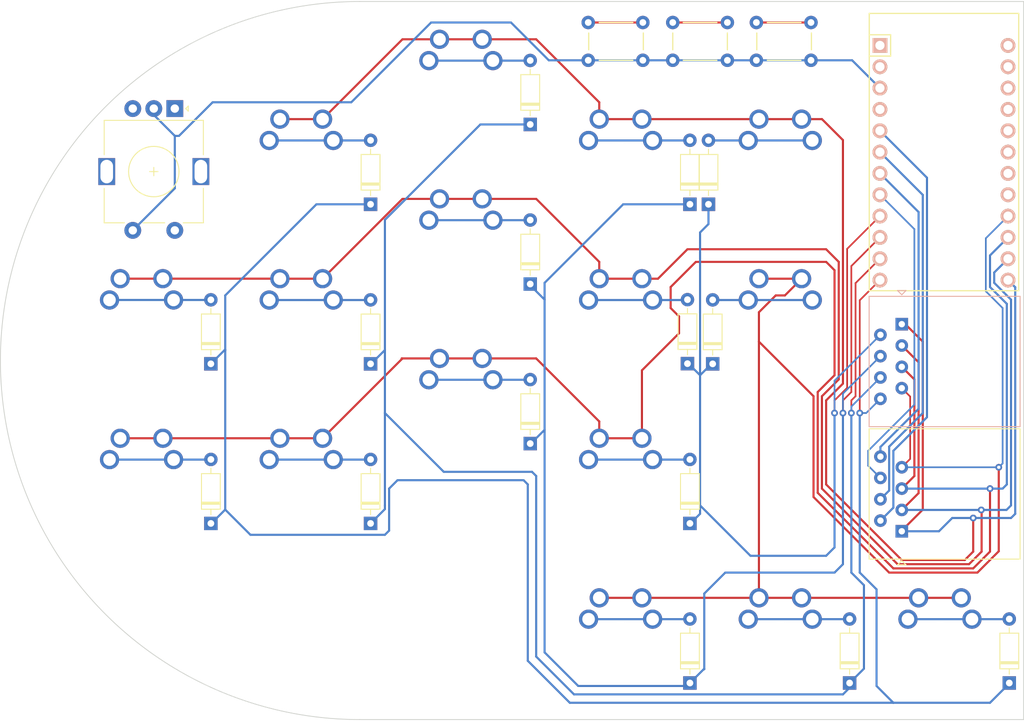
<source format=kicad_pcb>
(kicad_pcb (version 20211014) (generator pcbnew)
  (layers (0 "F.Cu" signal) (31 "B.Cu" signal) (34 "B.Paste" user) (35 "F.Paste" user) (36 "B.SilkS" user "B.Silkscreen") (37 "F.SilkS" user "F.Silkscreen") (38 "B.Mask" user) (39 "F.Mask" user) (44 "Edge.Cuts" user))
  (net 0 "")
  (footprint "" (layer "F.Cu") (at 121.191551 35.5)
    (fp_text reference "")
    (fp_text value "")
  )
  (footprint "" (layer "F.Cu") (at 124.75 35.5)
    (fp_text reference "")
    (fp_text value "")
  )
  (footprint "Diode_THT:D_DO-35_SOD27_P7.62mm_Horizontal" (layer "F.Cu") (at 164.793255 109.646508 90)
    (fp_text reference "R" hide)
    (fp_text value "d" hide)
  )
  (footprint "MX" (layer "F.Cu") (at 156.543255 104.586508)
    (fp_text reference "S14" hide)
    (fp_text value "" hide)
  )
  (footprint "Diode_THT:D_DO-35_SOD27_P7.62mm_Horizontal" (layer "F.Cu") (at 126.5 71.62 90)
    (fp_text reference "R" hide)
    (fp_text value "d" hide)
  )
  (footprint "Diode_THT:D_DO-35_SOD27_P7.62mm_Horizontal" (layer "F.Cu") (at 107.79 62.14 90)
    (fp_text reference "R" hide)
    (fp_text value "d" hide)
  )
  (footprint "MX" (layer "F.Cu") (at 118.543255 66.586508)
    (fp_text reference "S14" hide)
    (fp_text value "" hide)
  )
  (footprint "Diode_THT:D_DO-35_SOD27_P7.62mm_Horizontal" (layer "F.Cu") (at 129.5 71.646508 90)
    (fp_text reference "R" hide)
    (fp_text value "d" hide)
  )
  (footprint "" (layer "F.Cu") (at 134.69952 31)
    (fp_text reference "")
    (fp_text value "")
  )
  (footprint "MX" (layer "F.Cu") (at 137.543255 104.586508)
    (fp_text reference "S14" hide)
    (fp_text value "" hide)
  )
  (footprint "" (layer "F.Cu") (at 99.54 76.08)
    (fp_text reference "")
    (fp_text value "")
  )
  (footprint "Diode_THT:D_DO-35_SOD27_P7.62mm_Horizontal" (layer "F.Cu") (at 88.793255 71.646508 90)
    (fp_text reference "R" hide)
    (fp_text value "d" hide)
  )
  (footprint "" (layer "F.Cu") (at 61.543255 85.586508)
    (fp_text reference "")
    (fp_text value "")
  )
  (footprint "" (layer "F.Cu") (at 118.543255 104.586508)
    (fp_text reference "")
    (fp_text value "")
  )
  (footprint "Diode_THT:D_DO-35_SOD27_P7.62mm_Horizontal" (layer "F.Cu") (at 107.79 81.14 90)
    (fp_text reference "R" hide)
    (fp_text value "d" hide)
  )
  (footprint "" (layer "F.Cu") (at 118.543255 85.586508)
    (fp_text reference "")
    (fp_text value "")
  )
  (footprint "" (layer "F.Cu") (at 99.54 38.08)
    (fp_text reference "")
    (fp_text value "")
  )
  (footprint "MX" (layer "F.Cu") (at 118.543255 85.586508)
    (fp_text reference "S14" hide)
    (fp_text value "" hide)
  )
  (footprint "MX" (layer "F.Cu") (at 118.543255 104.586508)
    (fp_text reference "S14" hide)
    (fp_text value "" hide)
  )
  (footprint "" (layer "F.Cu") (at 114.691551 35.5)
    (fp_text reference "")
    (fp_text value "")
  )
  (footprint "" (layer "F.Cu") (at 121.191551 31)
    (fp_text reference "")
    (fp_text value "")
  )
  (footprint "" (layer "F.Cu") (at 141.19952 31)
    (fp_text reference "")
    (fp_text value "")
  )
  (footprint "ProMicro" (layer "F.Cu") (at 157.023026 47.699758 -90)
    (fp_text reference "MCU1" hide)
    (fp_text value "" hide)
  )
  (footprint "MX" (layer "F.Cu") (at 99.54 57.08)
    (fp_text reference "S14" hide)
    (fp_text value "" hide)
  )
  (footprint "Diode_THT:D_DO-35_SOD27_P7.62mm_Horizontal" (layer "F.Cu") (at 126.793255 90.646508 90)
    (fp_text reference "R" hide)
    (fp_text value "d" hide)
  )
  (footprint "MX" (layer "F.Cu") (at 99.54 38.08)
    (fp_text reference "S14" hide)
    (fp_text value "" hide)
  )
  (footprint "" (layer "F.Cu") (at 80.543255 47.586508)
    (fp_text reference "")
    (fp_text value "")
  )
  (footprint "Diode_THT:D_DO-35_SOD27_P7.62mm_Horizontal" (layer "F.Cu") (at 88.793255 90.646508 90)
    (fp_text reference "R" hide)
    (fp_text value "d" hide)
  )
  (footprint "MX" (layer "F.Cu") (at 80.543255 66.586508)
    (fp_text reference "S14" hide)
    (fp_text value "" hide)
  )
  (footprint "MX" (layer "F.Cu") (at 61.54 66.58)
    (fp_text reference "S14" hide)
    (fp_text value "" hide)
  )
  (footprint "" (layer "F.Cu") (at 134.69952 35.5)
    (fp_text reference "")
    (fp_text value "")
  )
  (footprint "MX" (layer "F.Cu") (at 80.543255 85.586508)
    (fp_text reference "S14" hide)
    (fp_text value "" hide)
  )
  (footprint "" (layer "F.Cu") (at 124.75 31)
    (fp_text reference "")
    (fp_text value "")
  )
  (footprint "Rotary_Encoder:RotaryEncoder_Alps_EC11E-Switch_Vertical_H20mm" (layer "F.Cu") (at 65.5 41.25 -90)
    (fp_text reference "REF**" hide)
    (fp_text value "RotaryEncoder_Alps_EC11E-Switch_Vertical_H20mm")
  )
  (footprint "Connector_RJ:RJ45_Amphenol_54602-x08_Horizontal" (layer "F.Cu") (at 152 91.58 90)
    (fp_text reference "REF**" hide)
    (fp_text value "RJ45_Amphenol_54602-x08_Horizontal" hide)
  )
  (footprint "" (layer "F.Cu") (at 114.691551 31)
    (fp_text reference "")
    (fp_text value "")
  )
  (footprint "MX" (layer "F.Cu") (at 99.54 76.08)
    (fp_text reference "S14" hide)
    (fp_text value "" hide)
  )
  (footprint "Diode_THT:D_DO-35_SOD27_P7.62mm_Horizontal" (layer "F.Cu") (at 69.793255 90.646508 90)
    (fp_text reference "R" hide)
    (fp_text value "d" hide)
  )
  (footprint "MX" (layer "F.Cu") (at 80.543255 47.586508)
    (fp_text reference "S14" hide)
    (fp_text value "" hide)
  )
  (footprint "" (layer "F.Cu") (at 131.25 35.5)
    (fp_text reference "")
    (fp_text value "")
  )
  (footprint "" (layer "F.Cu") (at 156.543255 104.586508)
    (fp_text reference "")
    (fp_text value "")
  )
  (footprint "" (layer "F.Cu") (at 141.19952 35.5)
    (fp_text reference "")
    (fp_text value "")
  )
  (footprint "MX" (layer "F.Cu") (at 137.543255 66.586508)
    (fp_text reference "S14" hide)
    (fp_text value "" hide)
  )
  (footprint "" (layer "F.Cu") (at 118.543255 66.586508)
    (fp_text reference "")
    (fp_text value "")
  )
  (footprint "" (layer "F.Cu") (at 137.543255 104.586508)
    (fp_text reference "")
    (fp_text value "")
  )
  (footprint "" (layer "F.Cu") (at 61.54 66.58)
    (fp_text reference "")
    (fp_text value "")
  )
  (footprint "" (layer "F.Cu") (at 118.543255 47.586508)
    (fp_text reference "")
    (fp_text value "")
  )
  (footprint "Diode_THT:D_DO-35_SOD27_P7.62mm_Horizontal" (layer "F.Cu") (at 107.79 43.14 90)
    (fp_text reference "R" hide)
    (fp_text value "d" hide)
  )
  (footprint "" (layer "F.Cu") (at 80.543255 85.586508)
    (fp_text reference "")
    (fp_text value "")
  )
  (footprint "Diode_THT:D_DO-35_SOD27_P7.62mm_Horizontal" (layer "F.Cu") (at 126.793255 52.646508 90)
    (fp_text reference "R" hide)
    (fp_text value "d" hide)
  )
  (footprint "Diode_THT:D_DO-35_SOD27_P7.62mm_Horizontal" (layer "F.Cu") (at 88.793255 52.646508 90)
    (fp_text reference "R" hide)
    (fp_text value "d" hide)
  )
  (footprint "" (layer "F.Cu") (at 99.54 57.08)
    (fp_text reference "")
    (fp_text value "")
  )
  (footprint "" (layer "F.Cu") (at 131.25 31)
    (fp_text reference "")
    (fp_text value "")
  )
  (footprint "" (layer "F.Cu") (at 137.543255 47.586508)
    (fp_text reference "")
    (fp_text value "")
  )
  (footprint "" (layer "F.Cu") (at 80.543255 66.586508)
    (fp_text reference "")
    (fp_text value "")
  )
  (footprint "Diode_THT:D_DO-35_SOD27_P7.62mm_Horizontal" (layer "F.Cu") (at 145.793255 109.646508 90)
    (fp_text reference "R" hide)
    (fp_text value "d" hide)
  )
  (footprint "MX" (layer "F.Cu") (at 61.543255 85.586508)
    (fp_text reference "S14" hide)
    (fp_text value "" hide)
  )
  (footprint "" (layer "F.Cu") (at 137.543255 66.586508)
    (fp_text reference "")
    (fp_text value "")
  )
  (footprint "Diode_THT:D_DO-35_SOD27_P7.62mm_Horizontal" (layer "F.Cu") (at 69.79 71.64 90)
    (fp_text reference "R" hide)
    (fp_text value "d" hide)
  )
  (footprint "Diode_THT:D_DO-35_SOD27_P7.62mm_Horizontal" (layer "F.Cu") (at 129 52.646508 90)
    (fp_text reference "R" hide)
    (fp_text value "d" hide)
  )
  (footprint "MX" (layer "F.Cu") (at 118.543255 47.586508)
    (fp_text reference "S14" hide)
    (fp_text value "" hide)
  )
  (footprint "Diode_THT:D_DO-35_SOD27_P7.62mm_Horizontal" (layer "F.Cu") (at 126.793255 109.646508 90)
    (fp_text reference "R" hide)
    (fp_text value "d" hide)
  )
  (footprint "MX" (layer "F.Cu") (at 137.543255 47.586508)
    (fp_text reference "S14" hide)
    (fp_text value "" hide)
  )
  (footprint "Connector_RJ:RJ45_Amphenol_54602-x08_Horizontal" (layer "B.Cu") (at 152 66.92 -90)
    (fp_text reference "REF**" hide)
    (fp_text value "RJ45_Amphenol_54602-x08_Horizontal" hide)
  )
  (gr_line (start 120 35.5) (end 116 35.5) (layer "F.SilkS") (width 0.15))
  (gr_line (start 116 31) (end 120 31) (layer "F.SilkS") (width 0.15))
  (gr_line (start 140 35.5) (end 136 35.5) (layer "F.SilkS") (width 0.15))
  (gr_line (start 136 31) (end 140 31) (layer "F.SilkS") (width 0.15))
  (gr_line (start 141.25 32.25) (end 141.25 34.25) (layer "F.SilkS") (width 0.15))
  (gr_line (start 114.75 32.25) (end 114.75 34.25) (layer "F.SilkS") (width 0.15))
  (gr_line (start 126 31) (end 130 31) (layer "F.SilkS") (width 0.15))
  (gr_line (start 130 35.5) (end 126 35.5) (layer "F.SilkS") (width 0.15))
  (gr_line (start 124.75 32.25) (end 124.75 34.25) (layer "F.SilkS") (width 0.15))
  (gr_line (start 134.75 32.25) (end 134.75 34.25) (layer "F.SilkS") (width 0.15))
  (gr_line (start 121.25 32.25) (end 121.25 34.25) (layer "F.SilkS") (width 0.15))
  (gr_line (start 131.25 32.25) (end 131.25 34.25) (layer "F.SilkS") (width 0.15))
  (gr_line (start 87.5 28.5) (end 166.5 28.5) (layer "Edge.Cuts") (width 0.1))
  (gr_line (start 166.5 28.5) (end 166.5 114) (layer "Edge.Cuts") (width 0.1))
  (gr_line (start 87.5 114) (end 166.5 114) (layer "Edge.Cuts") (width 0.1))
  (gr_arc (start 87.5 114) (mid 44.75 71.25) (end 87.5 28.5) (layer "Edge.Cuts") (width 0.1))
  (segment (start 145 76) (end 146 75) (width 0.2) (layer "F.Cu") (net 0))
  (segment (start 146 76) (end 146.5 75.5) (width 0.2) (layer "F.Cu") (net 0))
  (segment (start 97 71) (end 102.08 71) (width 0.25) (layer "F.Cu") (net 0))
  (segment (start 108.5 71) (end 116.003255 78.503255) (width 0.25) (layer "F.Cu") (net 0))
  (segment (start 145 45) (end 145 74) (width 0.25) (layer "F.Cu") (net 0))
  (segment (start 64.083255 80.506508) (end 78.003255 80.506508) (width 0.25) (layer "F.Cu") (net 0))
  (segment (start 135.003255 42.506508) (end 121.083255 42.506508) (width 0.25) (layer "F.Cu") (net 0))
  (segment (start 143 76) (end 143 86) (width 0.25) (layer "F.Cu") (net 0))
  (segment (start 135.003255 42.506508) (end 140.083255 42.506508) (width 0.25) (layer "F.Cu") (net 0))
  (segment (start 78.003255 42.506508) (end 83.083255 42.506508) (width 0.25) (layer "F.Cu") (net 0))
  (segment (start 144 77.5) (end 144 76) (width 0.2) (layer "F.Cu") (net 0))
  (segment (start 121.083255 80.506508) (end 121.083255 72.416745) (width 0.25) (layer "F.Cu") (net 0))
  (segment (start 147 77.5) (end 147 64.072784) (width 0.2) (layer "F.Cu") (net 0))
  (segment (start 102.08 33) (end 108.5 33) (width 0.25) (layer "F.Cu") (net 0))
  (segment (start 151.5 95.5) (end 160 95.5) (width 0.25) (layer "F.Cu") (net 0))
  (segment (start 159.5 95) (end 160.5 94) (width 0.25) (layer "F.Cu") (net 0))
  (segment (start 116.003255 59.503255) (end 108.5 52) (width 0.25) (layer "F.Cu") (net 0))
  (segment (start 140.083255 99.506508) (end 154.003255 99.506508) (width 0.25) (layer "F.Cu") (net 0))
  (segment (start 108.5 33) (end 116.003255 40.503255) (width 0.25) (layer "F.Cu") (net 0))
  (segment (start 152 95) (end 159.5 95) (width 0.25) (layer "F.Cu") (net 0))
  (segment (start 143 86) (end 152 95) (width 0.25) (layer "F.Cu") (net 0))
  (segment (start 144 76) (end 145.5 74.5) (width 0.2) (layer "F.Cu") (net 0))
  (segment (start 77.996747 61.5) (end 78.003255 61.506508) (width 0.25) (layer "F.Cu") (net 0))
  (segment (start 152 91.5) (end 154.5 89) (width 0.25) (layer "F.Cu") (net 0))
  (segment (start 142.5 75.5) (end 142.5 86.5) (width 0.25) (layer "F.Cu") (net 0))
  (segment (start 135.003255 99.506508) (end 135.003255 69.003255) (width 0.25) (layer "F.Cu") (net 0))
  (segment (start 147 64.072784) (end 149.403026 61.669758) (width 0.2) (layer "F.Cu") (net 0))
  (segment (start 144.5 59.5) (end 144.5 73.5) (width 0.25) (layer "F.Cu") (net 0))
  (segment (start 116.003255 40.503255) (end 116.003255 42.506508) (width 0.25) (layer "F.Cu") (net 0))
  (segment (start 153 75.54) (end 152 74.54) (width 0.2) (layer "F.Cu") (net 0))
  (segment (start 124.75 31) (end 131.25 31) (width 0.25) (layer "F.Cu") (net 0))
  (segment (start 147.5 58.492784) (end 148.496392 57.496392) (width 0.2) (layer "F.Cu") (net 0))
  (segment (start 145.5 57.952784) (end 149.403026 54.049758) (width 0.2) (layer "F.Cu") (net 0))
  (segment (start 78.003255 80.506508) (end 83.083255 80.506508) (width 0.25) (layer "F.Cu") (net 0))
  (segment (start 153 82.96) (end 153 75.54) (width 0.2) (layer "F.Cu") (net 0))
  (segment (start 137 63.5) (end 138.089763 63.5) (width 0.25) (layer "F.Cu") (net 0))
  (segment (start 143 58) (end 144.5 59.5) (width 0.25) (layer "F.Cu") (net 0))
  (segment (start 121.083255 61.506508) (end 122.993492 61.506508) (width 0.25) (layer "F.Cu") (net 0))
  (segment (start 121.083255 99.506508) (end 135.003255 99.506508) (width 0.25) (layer "F.Cu") (net 0))
  (segment (start 146 60) (end 147.5 58.5) (width 0.2) (layer "F.Cu") (net 0))
  (segment (start 135.003255 99.506508) (end 140.083255 99.506508) (width 0.25) (layer "F.Cu") (net 0))
  (segment (start 102.08 71) (end 108.5 71) (width 0.25) (layer "F.Cu") (net 0))
  (segment (start 116.003255 61.506508) (end 121.083255 61.506508) (width 0.25) (layer "F.Cu") (net 0))
  (segment (start 97 33) (end 102.08 33) (width 0.25) (layer "F.Cu") (net 0))
  (segment (start 83.083255 42.506508) (end 92.589763 33) (width 0.25) (layer "F.Cu") (net 0))
  (segment (start 127.5 59.5) (end 143 59.5) (width 0.25) (layer "F.Cu") (net 0))
  (segment (start 148.496392 57.496392) (end 149.403026 56.589758) (width 0.2) (layer "F.Cu") (net 0))
  (segment (start 125.5 66) (end 124.5 65) (width 0.25) (layer "F.Cu") (net 0))
  (segment (start 145.5 74.5) (end 145.5 57.952784) (width 0.2) (layer "F.Cu") (net 0))
  (segment (start 125.5 68) (end 125.5 66) (width 0.25) (layer "F.Cu") (net 0))
  (segment (start 64.08 61.5) (end 77.996747 61.5) (width 0.25) (layer "F.Cu") (net 0))
  (segment (start 124.5 65) (end 124.5 62.5) (width 0.25) (layer "F.Cu") (net 0))
  (segment (start 92.5 71.089763) (end 92.5 71) (width 0.25) (layer "F.Cu") (net 0))
  (segment (start 92.589763 52) (end 97 52) (width 0.25) (layer "F.Cu") (net 0))
  (segment (start 162.5 94) (end 162.5 86.5) (width 0.25) (layer "F.Cu") (net 0))
  (segment (start 97 52) (end 102.08 52) (width 0.25) (layer "F.Cu") (net 0))
  (segment (start 121.083255 72.416745) (end 125.5 68) (width 0.25) (layer "F.Cu") (net 0))
  (segment (start 142 75) (end 142 87) (width 0.25) (layer "F.Cu") (net 0))
  (segment (start 146 77.5) (end 146 76) (width 0.2) (layer "F.Cu") (net 0))
  (segment (start 153.5 85) (end 153.5 73.5) (width 0.25) (layer "F.Cu") (net 0))
  (segment (start 146.5 75.5) (end 146.5 62.032784) (width 0.2) (layer "F.Cu") (net 0))
  (segment (start 134.69952 31) (end 141.19952 31) (width 0.25) (layer "F.Cu") (net 0))
  (segment (start 151 96) (end 160.5 96) (width 0.25) (layer "F.Cu") (net 0))
  (segment (start 78.003255 61.506508) (end 83.083255 61.506508) (width 0.25) (layer "F.Cu") (net 0))
  (segment (start 135.003255 69.003255) (end 141.5 75.5) (width 0.25) (layer "F.Cu") (net 0))
  (segment (start 160.5 96) (end 162.5 94) (width 0.25) (layer "F.Cu") (net 0))
  (segment (start 138.089763 63.5) (end 140.083255 61.506508) (width 0.25) (layer "F.Cu") (net 0))
  (segment (start 149.46 61.726732) (end 149.403026 61.669758) (width 0.2) (layer "F.Cu") (net 0))
  (segment (start 154 87.04) (end 154 71.46) (width 0.25) (layer "F.Cu") (net 0))
  (segment (start 116.003255 99.506508) (end 121.083255 99.506508) (width 0.25) (layer "F.Cu") (net 0))
  (segment (start 116.003255 61.506508) (end 116.003255 59.503255) (width 0.25) (layer "F.Cu") (net 0))
  (segment (start 152 89.04) (end 154 87.04) (width 0.25) (layer "F.Cu") (net 0))
  (segment (start 161.5 94) (end 161.5 89.08) (width 0.25) (layer "F.Cu") (net 0))
  (segment (start 152 86.5) (end 153.5 85) (width 0.25) (layer "F.Cu") (net 0))
  (segment (start 116.003255 42.506508) (end 121.083255 42.506508) (width 0.25) (layer "F.Cu") (net 0))
  (segment (start 124.5 62.5) (end 127.5 59.5) (width 0.25) (layer "F.Cu") (net 0))
  (segment (start 154.5 69) (end 152.42 66.92) (width 0.25) (layer "F.Cu") (net 0))
  (segment (start 146 75) (end 146 60) (width 0.2) (layer "F.Cu") (net 0))
  (segment (start 145 77.5) (end 145 76) (width 0.2) (layer "F.Cu") (net 0))
  (segment (start 108.5 52) (end 102.08 52) (width 0.25) (layer "F.Cu") (net 0))
  (segment (start 142 87) (end 151 96) (width 0.25) (layer "F.Cu") (net 0))
  (segment (start 59.003255 80.506508) (end 64.083255 80.506508) (width 0.25) (layer "F.Cu") (net 0))
  (segment (start 143 59.5) (end 144 60.5) (width 0.25) (layer "F.Cu") (net 0))
  (segment (start 145 74) (end 143 76) (width 0.25) (layer "F.Cu") (net 0))
  (segment (start 160 95.5) (end 161.5 94) (width 0.25) (layer "F.Cu") (net 0))
  (segment (start 92.589763 33) (end 97 33) (width 0.25) (layer "F.Cu") (net 0))
  (segment (start 116.003255 80.506508) (end 121.083255 80.506508) (width 0.25) (layer "F.Cu") (net 0))
  (segment (start 144 60.5) (end 144 73) (width 0.25) (layer "F.Cu") (net 0))
  (segment (start 153.5 73.5) (end 152 72) (width 0.25) (layer "F.Cu") (net 0))
  (segment (start 152 91.58) (end 152 91.5) (width 0.25) (layer "F.Cu") (net 0))
  (segment (start 126.5 58) (end 143 58) (width 0.25) (layer "F.Cu") (net 0))
  (segment (start 150.5 96.5) (end 161 96.5) (width 0.25) (layer "F.Cu") (net 0))
  (segment (start 135.003255 61.506508) (end 140.083255 61.506508) (width 0.25) (layer "F.Cu") (net 0))
  (segment (start 144 73) (end 142 75) (width 0.25) (layer "F.Cu") (net 0))
  (segment (start 154.5 89) (end 154.5 69) (width 0.25) (layer "F.Cu") (net 0))
  (segment (start 161.5 89.08) (end 161.46 89.04) (width 0.25) (layer "F.Cu") (net 0))
  (segment (start 135.003255 69.003255) (end 135.003255 65.496745) (width 0.25) (layer "F.Cu") (net 0))
  (segment (start 141.5 75.5) (end 141.5 87.5) (width 0.25) (layer "F.Cu") (net 0))
  (segment (start 92.5 71) (end 97 71) (width 0.25) (layer "F.Cu") (net 0))
  (segment (start 122.993492 61.506508) (end 126.5 58) (width 0.25) (layer "F.Cu") (net 0))
  (segment (start 83.083255 61.506508) (end 92.589763 52) (width 0.25) (layer "F.Cu") (net 0))
  (segment (start 59 61.5) (end 64.08 61.5) (width 0.25) (layer "F.Cu") (net 0))
  (segment (start 144.5 73.5) (end 142.5 75.5) (width 0.25) (layer "F.Cu") (net 0))
  (segment (start 142.506508 42.506508) (end 145 45) (width 0.25) (layer "F.Cu") (net 0))
  (segment (start 135.003255 65.496745) (end 137 63.5) (width 0.25) (layer "F.Cu") (net 0))
  (segment (start 152 83.96) (end 153 82.96) (width 0.2) (layer "F.Cu") (net 0))
  (segment (start 160.5 94) (end 160.5 90) (width 0.25) (layer "F.Cu") (net 0))
  (segment (start 161 96.5) (end 163.54 93.96) (width 0.25) (layer "F.Cu") (net 0))
  (segment (start 146.5 62.032784) (end 149.403026 59.129758) (width 0.2) (layer "F.Cu") (net 0))
  (segment (start 142.5 86.5) (end 151.5 95.5) (width 0.25) (layer "F.Cu") (net 0))
  (segment (start 154.003255 99.506508) (end 159.083255 99.506508) (width 0.25) (layer "F.Cu") (net 0))
  (segment (start 141.5 87.5) (end 150.5 96.5) (width 0.25) (layer "F.Cu") (net 0))
  (segment (start 116.003255 78.503255) (end 116.003255 80.506508) (width 0.25) (layer "F.Cu") (net 0))
  (segment (start 152.42 66.92) (end 152 66.92) (width 0.25) (layer "F.Cu") (net 0))
  (segment (start 140.083255 42.506508) (end 142.506508 42.506508) (width 0.25) (layer "F.Cu") (net 0))
  (segment (start 114.691551 31) (end 121.191551 31) (width 0.25) (layer "F.Cu") (net 0))
  (segment (start 163.54 93.96) (end 163.54 83.96) (width 0.25) (layer "F.Cu") (net 0))
  (segment (start 154 71.46) (end 152 69.46) (width 0.25) (layer "F.Cu") (net 0))
  (segment (start 83.083255 80.506508) (end 92.5 71.089763) (width 0.25) (layer "F.Cu") (net 0))
  (via (at 146 77.5) (size 0.8) (drill 0.4) (layers "F.Cu" "B.Cu") (net 0))
  (via (at 162.5 86.5) (size 0.8) (drill 0.4) (layers "F.Cu" "B.Cu") (net 0))
  (via (at 163.54 83.96) (size 0.8) (drill 0.4) (layers "F.Cu" "B.Cu") (net 0))
  (via (at 161.46 89.04) (size 0.8) (drill 0.4) (layers "F.Cu" "B.Cu") (net 0))
  (via (at 160.5 90) (size 0.8) (drill 0.4) (layers "F.Cu" "B.Cu") (net 0))
  (via (at 147 77.5) (size 0.8) (drill 0.4) (layers "F.Cu" "B.Cu") (net 0))
  (via (at 144 77.5) (size 0.8) (drill 0.4) (layers "F.Cu" "B.Cu") (net 0))
  (via (at 145 77.5) (size 0.8) (drill 0.4) (layers "F.Cu" "B.Cu") (net 0))
  (segment (start 128.439763 108) (end 128.5 108) (width 0.25) (layer "B.Cu") (net 0))
  (segment (start 96 31) (end 86.5 40.5) (width 0.25) (layer "B.Cu") (net 0))
  (segment (start 131 96.5) (end 144 96.5) (width 0.25) (layer "B.Cu") (net 0))
  (segment (start 128 56) (end 128 73) (width 0.25) (layer "B.Cu") (net 0))
  (segment (start 109.5 64) (end 109.5 106) (width 0.25) (layer "B.Cu") (net 0))
  (segment (start 65.353255 83.046508) (end 69.773255 83.046508) (width 0.25) (layer "B.Cu") (net 0))
  (segment (start 164.5 64.5) (end 162.5 62.5) (width 0.25) (layer "B.Cu") (net 0))
  (segment (start 114.733255 45.046508) (end 122.353255 45.046508) (width 0.25) (layer "B.Cu") (net 0))
  (segment (start 107.5 86) (end 107.5 107) (width 0.25) (layer "B.Cu") (net 0))
  (segment (start 107.79 81.14) (end 107.86 81.14) (width 0.25) (layer "B.Cu") (net 0))
  (segment (start 147 77.5) (end 147.77 77.5) (width 0.2) (layer "B.Cu") (net 0))
  (segment (start 95.73 54.54) (end 103.35 54.54) (width 0.25) (layer "B.Cu") (net 0))
  (segment (start 90.5 77.5) (end 90.5 88.5) (width 0.25) (layer "B.Cu") (net 0))
  (segment (start 108 84.5) (end 108.5 85) (width 0.25) (layer "B.Cu") (net 0))
  (segment (start 155 78) (end 155 49.486732) (width 0.25) (layer "B.Cu") (net 0))
  (segment (start 158 90) (end 160.5 90) (width 0.25) (layer "B.Cu") (net 0))
  (segment (start 165 88.5) (end 165 64) (width 0.25) (layer "B.Cu") (net 0))
  (segment (start 149.46 87.77) (end 150.5 86.73) (width 0.25) (layer "B.Cu") (net 0))
  (segment (start 162 63) (end 162 56.692784) (width 0.2) (layer "B.Cu") (net 0))
  (segment (start 114.733255 83.046508) (end 122.353255 83.046508) (width 0.25) (layer "B.Cu") (net 0))
  (segment (start 145 75.19) (end 149.46 70.73) (width 0.2) (layer "B.Cu") (net 0))
  (segment (start 129 55) (end 128 56) (width 0.25) (layer "B.Cu") (net 0))
  (segment (start 103.35 35.54) (end 107.77 35.54) (width 0.25) (layer "B.Cu") (net 0))
  (segment (start 71.43 70) (end 71.5 70) (width 0.25) (layer "B.Cu") (net 0))
  (segment (start 57.73 64.04) (end 65.35 64.04) (width 0.25) (layer "B.Cu") (net 0))
  (segment (start 109.5 62) (end 109.5 64) (width 0.25) (layer "B.Cu") (net 0))
  (segment (start 133.733255 102.046508) (end 141.353255 102.046508) (width 0.25) (layer "B.Cu") (net 0))
  (segment (start 69.79 71.64) (end 71.43 70) (width 0.25) (layer "B.Cu") (net 0))
  (segment (start 145.793255 110.206745) (end 145.793255 109.646508) (width 0.25) (layer "B.Cu") (net 0))
  (segment (start 146 96.5) (end 146 77.5) (width 0.25) (layer "B.Cu") (net 0))
  (segment (start 131.25 35.5) (end 114.691551 35.5) (width 0.25) (layer "B.Cu") (net 0))
  (segment (start 107.5 107) (end 112.5 112) (width 0.25) (layer "B.Cu") (net 0))
  (segment (start 112.5 112) (end 151 112) (width 0.25) (layer "B.Cu") (net 0))
  (segment (start 145 111) (end 145.793255 110.206745) (width 0.25) (layer "B.Cu") (net 0))
  (segment (start 76.733255 64.046508) (end 84.353255 64.046508) (width 0.25) (layer "B.Cu") (net 0))
  (segment (start 146.093268 35.5) (end 149.403026 38.809758) (width 0.25) (layer "B.Cu") (net 0))
  (segment (start 164.46 89.04) (end 165 88.5) (width 0.25) (layer "B.Cu") (net 0))
  (segment (start 149.46 82.69) (end 149.46 81.54) (width 0.25) (layer "B.Cu") (net 0))
  (segment (start 165.5 62.526732) (end 164.643026 61.669758) (width 0.25) (layer "B.Cu") (net 0))
  (segment (start 151 112) (end 162.5 112) (width 0.25) (layer "B.Cu") (net 0))
  (segment (start 129.52 64.046508) (end 129.5 64.026508) (width 0.25) (layer "B.Cu") (net 0))
  (segment (start 144 93.5) (end 144 77.5) (width 0.25) (layer "B.Cu") (net 0))
  (segment (start 76.733255 83.046508) (end 84.353255 83.046508) (width 0.25) (layer "B.Cu") (net 0))
  (segment (start 144 77.5) (end 144 73.65) (width 0.2) (layer "B.Cu") (net 0))
  (segment (start 71.5 89) (end 74.5 92) (width 0.25) (layer "B.Cu") (net 0))
  (segment (start 63 42) (end 63 41.25) (width 0.25) (layer "B.Cu") (net 0))
  (segment (start 118.853492 52.646508) (end 109.5 62) (width 0.25) (layer "B.Cu") (net 0))
  (segment (start 122.353255 45.046508) (end 126.773255 45.046508) (width 0.25) (layer "B.Cu") (net 0))
  (segment (start 149.46 90.31) (end 151 88.77) (width 0.25) (layer "B.Cu") (net 0))
  (segment (start 101.86 43.14) (end 90.5 54.5) (width 0.25) (layer "B.Cu") (net 0))
  (segment (start 114.733255 64.046508) (end 122.353255 64.046508) (width 0.25) (layer "B.Cu") (net 0))
  (segment (start 141.19952 35.5) (end 134.69952 35.5) (width 0.25) (layer "B.Cu") (net 0))
  (segment (start 114.691551 35.5) (end 110 35.5) (width 0.25) (layer "B.Cu") (net 0))
  (segment (start 154 77) (end 154 53.566732) (width 0.25) (layer "B.Cu") (net 0))
  (segment (start 164 83.5) (end 164 65) (width 0.2) (layer "B.Cu") (net 0))
  (segment (start 164.5 86) (end 164.5 64.5) (width 0.25) (layer "B.Cu") (net 0))
  (segment (start 165.5 89.5) (end 165.5 62.526732) (width 0.25) (layer "B.Cu") (net 0))
  (segment (start 92 85.5) (end 107 85.5) (width 0.25) (layer "B.Cu") (net 0))
  (segment (start 128.5 108) (end 128.5 99) (width 0.25) (layer "B.Cu") (net 0))
  (segment (start 110 35.5) (end 105.5 31) (width 0.25) (layer "B.Cu") (net 0))
  (segment (start 160.5 90) (end 165 90) (width 0.25) (layer "B.Cu") (net 0))
  (segment (start 84.353255 64.046508) (end 88.773255 64.046508) (width 0.25) (layer "B.Cu") (net 0))
  (segment (start 84.353255 83.046508) (end 88.773255 83.046508) (width 0.25) (layer "B.Cu") (net 0))
  (segment (start 126.793255 52.646508) (end 118.853492 52.646508) (width 0.25) (layer "B.Cu") (net 0))
  (segment (start 107.79 62.29) (end 109.5 64) (width 0.25) (layer "B.Cu") (net 0))
  (segment (start 65.5 50.75) (end 60.5 55.75) (width 0.25) (layer "B.Cu") (net 0))
  (segment (start 154.5 51.526732) (end 149.403026 46.429758) (width 0.25) (layer "B.Cu") (net 0))
  (segment (start 107.79 43.14) (end 101.86 43.14) (width 0.25) (layer "B.Cu") (net 0))
  (segment (start 144 96.5) (end 145 95.5) (width 0.25) (layer "B.Cu") (net 0))
  (segment (start 95.73 73.54) (end 103.35 73.54) (width 0.25) (layer "B.Cu") (net 0))
  (segment (start 133.733255 45.046508) (end 141.353255 45.046508) (width 0.25) (layer "B.Cu") (net 0))
  (segment (start 152 83.96) (end 163.54 83.96) (width 0.2) (layer "B.Cu") (net 0))
  (segment (start 163 62) (end 163 60.772784) (width 0.25) (layer "B.Cu") (net 0))
  (segment (start 71.5 70) (end 71.5 89) (width 0.25) (layer "B.Cu") (net 0))
  (segment (start 146 77.5) (end 146 76.73) (width 0.2) (layer "B.Cu") (net 0))
  (segment (start 82.353492 52.646508) (end 71.5 63.5) (width 0.25) (layer "B.Cu") (net 0))
  (segment (start 128 88.5) (end 128 89.5) (width 0.25) (layer "B.Cu") (net 0))
  (segment (start 155 49.486732) (end 149.403026 43.889758) (width 0.25) (layer "B.Cu") (net 0))
  (segment (start 129 52.646508) (end 129 55) (width 0.25) (layer "B.Cu") (net 0))
  (segment (start 147.77 77.5) (end 149.46 75.81) (width 0.2) (layer "B.Cu") (net 0))
  (segment (start 126.793255 109.646508) (end 128.439763 108) (width 0.25) (layer "B.Cu") (net 0))
  (segment (start 84.353255 45.046508) (end 88.773255 45.046508) (width 0.25) (layer "B.Cu") (net 0))
  (segment (start 134 94.5) (end 143 94.5) (width 0.25) (layer "B.Cu") (net 0))
  (segment (start 57.733255 83.046508) (end 65.353255 83.046508) (width 0.25) (layer "B.Cu") (net 0))
  (segment (start 86.5 40.5) (end 70 40.5) (width 0.25) (layer "B.Cu") (net 0))
  (segment (start 154 53.566732) (end 149.403026 48.969758) (width 0.25) (layer "B.Cu") (net 0))
  (segment (start 151 88.77) (end 151 82) (width 0.25) (layer "B.Cu") (net 0))
  (segment (start 146 76.73) (end 149.46 73.27) (width 0.2) (layer "B.Cu") (net 0))
  (segment (start 148 82) (end 153.5 76.5) (width 0.2) (layer "B.Cu") (net 0))
  (segment (start 162 56.692784) (end 164.643026 54.049758) (width 0.2) (layer "B.Cu") (net 0))
  (segment (start 143 94.5) (end 144 93.5) (width 0.25) (layer "B.Cu") (net 0))
  (segment (start 128 88.5) (end 134 94.5) (width 0.25) (layer "B.Cu") (net 0))
  (segment (start 152 91.58) (end 156.42 91.58) (width 0.25) (layer "B.Cu") (net 0))
  (segment (start 126.793255 71.646508) (end 126.793255 71.793255) (width 0.25) (layer "B.Cu") (net 0))
  (segment (start 90.5 88.939763) (end 90.5 88.5) (width 0.25) (layer "B.Cu") (net 0))
  (segment (start 126.853492 90.646508) (end 126.793255 90.646508) (width 0.25) (layer "B.Cu") (net 0))
  (segment (start 90.5 77.5) (end 97.5 84.5) (width 0.25) (layer "B.Cu") (net 0))
  (segment (start 113 111) (end 145 111) (width 0.25) (layer "B.Cu") (net 0))
  (segment (start 148 83.77) (end 148 82) (width 0.2) (layer "B.Cu") (net 0))
  (segment (start 161.46 89.04) (end 164.46 89.04) (width 0.25) (layer "B.Cu") (net 0))
  (segment (start 126.793255 71.793255) (end 128 73) (width 0.25) (layer "B.Cu") (net 0))
  (segment (start 76.733255 45.046508) (end 84.353255 45.046508) (width 0.25) (layer "B.Cu") (net 0))
  (segment (start 122.353255 64.046508) (end 126.773255 64.046508) (width 0.25) (layer "B.Cu") (net 0))
  (segment (start 91 91.5) (end 91 86.5) (width 0.25) (layer "B.Cu") (net 0))
  (segment (start 90.5 54.5) (end 90.5 70) (width 0.25) (layer "B.Cu") (net 0))
  (segment (start 162.5 58.732784) (end 164.643026 56.589758) (width 0.25) (layer "B.Cu") (net 0))
  (segment (start 165 64) (end 163 62) (width 0.25) (layer "B.Cu") (net 0))
  (segment (start 70 40.5) (end 66 44.5) (width 0.25) (layer "B.Cu") (net 0))
  (segment (start 163 60.772784) (end 164.643026 59.129758) (width 0.25) (layer "B.Cu") (net 0))
  (segment (start 128.5 99) (end 131 96.5) (width 0.25) (layer "B.Cu") (net 0))
  (segment (start 107.86 81.14) (end 109.5 79.5) (width 0.25) (layer "B.Cu") (net 0))
  (segment (start 151 82) (end 155 78) (width 0.25) (layer "B.Cu") (net 0))
  (segment (start 65.5 44.5) (end 63 42) (width 0.25) (layer "B.Cu") (net 0))
  (segment (start 109.5 106) (end 113.5 110) (width 0.25) (layer "B.Cu") (net 0))
  (segment (start 134.69952 35.5) (end 131.25 35.5) (width 0.25) (layer "B.Cu") (net 0))
  (segment (start 122.353255 102.046508) (end 126.773255 102.046508) (width 0.25) (layer "B.Cu") (net 0))
  (segment (start 152 86.5) (end 162.5 86.5) (width 0.25) (layer "B.Cu") (net 0))
  (segment (start 105.5 31) (end 96 31) (width 0.25) (layer "B.Cu") (net 0))
  (segment (start 144 73.65) (end 149.46 68.19) (width 0.2) (layer "B.Cu") (net 0))
  (segment (start 129.5 71.646508) (end 129.353492 71.646508) (width 0.25) (layer "B.Cu") (net 0))
  (segment (start 108.5 106.5) (end 113 111) (width 0.25) (layer "B.Cu") (net 0))
  (segment (start 164.793255 109.706745) (end 164.793255 109.646508) (width 0.25) (layer "B.Cu") (net 0))
  (segment (start 145 95.5) (end 145 77.5) (width 0.25) (layer "B.Cu") (net 0))
  (segment (start 149 110) (end 149 98.5) (width 0.25) (layer "B.Cu") (net 0))
  (segment (start 163.54 83.96) (end 164 83.5) (width 0.2) (layer "B.Cu") (net 0))
  (segment (start 88.853492 71.646508) (end 90.5 70) (width 0.25) (layer "B.Cu") (net 0))
  (segment (start 147 96.5) (end 147 77.5) (width 0.25) (layer "B.Cu") (net 0))
  (segment (start 122.353255 83.046508) (end 126.773255 83.046508) (width 0.25) (layer "B.Cu") (net 0))
  (segment (start 97.5 84.5) (end 108 84.5) (width 0.25) (layer "B.Cu") (net 0))
  (segment (start 133.733255 64.046508) (end 141.353255 64.046508) (width 0.25) (layer "B.Cu") (net 0))
  (segment (start 156.42 91.58) (end 158 90) (width 0.25) (layer "B.Cu") (net 0))
  (segment (start 160.353255 102.046508) (end 164.773255 102.046508) (width 0.25) (layer "B.Cu") (net 0))
  (segment (start 90.5 92) (end 91 91.5) (width 0.25) (layer "B.Cu") (net 0))
  (segment (start 152 89.04) (end 161.46 89.04) (width 0.25) (layer "B.Cu") (net 0))
  (segment (start 88.793255 52.646508) (end 82.353492 52.646508) (width 0.25) (layer "B.Cu") (net 0))
  (segment (start 74.5 92) (end 90.5 92) (width 0.25) (layer "B.Cu") (net 0))
  (segment (start 103.35 54.54) (end 107.77 54.54) (width 0.25) (layer "B.Cu") (net 0))
  (segment (start 149.46 81.54) (end 154 77) (width 0.25) (layer "B.Cu") (net 0))
  (segment (start 69.793255 90.646508) (end 69.853492 90.646508) (width 0.25) (layer "B.Cu") (net 0))
  (segment (start 91 86.5) (end 92 85.5) (width 0.25) (layer "B.Cu") (net 0))
  (segment (start 162.5 62.5) (end 162.5 58.732784) (width 0.25) (layer "B.Cu") (net 0))
  (segment (start 107 85.5) (end 107.5 86) (width 0.25) (layer "B.Cu") (net 0))
  (segment (start 66 44.5) (end 65.5 44.5) (width 0.25) (layer "B.Cu") (net 0))
  (segment (start 141.353255 102.046508) (end 145.773255 102.046508) (width 0.25) (layer "B.Cu") (net 0))
  (segment (start 128 73) (end 128 88.5) (width 0.25) (layer "B.Cu") (net 0))
  (segment (start 150.5 86.73) (end 150.5 81.5) (width 0.25) (layer "B.Cu") (net 0))
  (segment (start 165 90) (end 165.5 89.5) (width 0.25) (layer "B.Cu") (net 0))
  (segment (start 129.02 45.046508) (end 129 45.026508) (width 0.25) (layer "B.Cu") (net 0))
  (segment (start 128 89.5) (end 126.853492 90.646508) (width 0.25) (layer "B.Cu") (net 0))
  (segment (start 90.5 70) (end 90.5 77.5) (width 0.25) (layer "B.Cu") (net 0))
  (segment (start 152.733255 102.046508) (end 160.353255 102.046508) (width 0.25) (layer "B.Cu") (net 0))
  (segment (start 103.35 73.54) (end 107.77 73.54) (width 0.25) (layer "B.Cu") (net 0))
  (segment (start 107.79 62.14) (end 107.79 62.29) (width 0.25) (layer "B.Cu") (net 0))
  (segment (start 69.853492 90.646508) (end 71.5 89) (width 0.25) (layer "B.Cu") (net 0))
  (segment (start 149.46 85.23) (end 148 83.77) (width 0.2) (layer "B.Cu") (net 0))
  (segment (start 153.5 55.606732) (end 149.403026 51.509758) (width 0.2) (layer "B.Cu") (net 0))
  (segment (start 150.5 81.5) (end 154.5 77.5) (width 0.25) (layer "B.Cu") (net 0))
  (segment (start 65.35 64.04) (end 69.77 64.04) (width 0.25) (layer "B.Cu") (net 0))
  (segment (start 88.793255 71.646508) (end 88.853492 71.646508) (width 0.25) (layer "B.Cu") (net 0))
  (segment (start 147.5 98) (end 146 96.5) (width 0.25) (layer "B.Cu") (net 0))
  (segment (start 126.439763 110) (end 126.793255 109.646508) (width 0.25) (layer "B.Cu") (net 0))
  (segment (start 162.5 86.5) (end 164 86.5) (width 0.25) (layer "B.Cu") (net 0))
  (segment (start 113.5 110) (end 126.439763 110) (width 0.25) (layer "B.Cu") (net 0))
  (segment (start 129.353492 71.646508) (end 128 73) (width 0.25) (layer "B.Cu") (net 0))
  (segment (start 65.5 44.5) (end 65.5 50.75) (width 0.25) (layer "B.Cu") (net 0))
  (segment (start 133.733255 64.046508) (end 129.52 64.046508) (width 0.25) (layer "B.Cu") (net 0))
  (segment (start 149 98.5) (end 147 96.5) (width 0.25) (layer "B.Cu") (net 0))
  (segment (start 164 65) (end 162 63) (width 0.2) (layer "B.Cu") (net 0))
  (segment (start 154.5 77.5) (end 154.5 51.526732) (width 0.25) (layer "B.Cu") (net 0))
  (segment (start 114.733255 102.046508) (end 122.353255 102.046508) (width 0.25) (layer "B.Cu") (net 0))
  (segment (start 141.19952 35.5) (end 146.093268 35.5) (width 0.25) (layer "B.Cu") (net 0))
  (segment (start 145.793255 109.646508) (end 147.5 107.939763) (width 0.25) (layer "B.Cu") (net 0))
  (segment (start 108.5 85) (end 108.5 106.5) (width 0.25) (layer "B.Cu") (net 0))
  (segment (start 151 112) (end 149 110) (width 0.25) (layer "B.Cu") (net 0))
  (segment (start 145 77.5) (end 145 75.19) (width 0.2) (layer "B.Cu") (net 0))
  (segment (start 133.733255 45.046508) (end 129.02 45.046508) (width 0.25) (layer "B.Cu") (net 0))
  (segment (start 88.793255 90.646508) (end 90.5 88.939763) (width 0.25) (layer "B.Cu") (net 0))
  (segment (start 153.5 76.5) (end 153.5 55.606732) (width 0.2) (layer "B.Cu") (net 0))
  (segment (start 149.133268 36) (end 149.403026 36.269758) (width 0.25) (layer "B.Cu") (net 0))
  (segment (start 95.73 35.54) (end 103.35 35.54) (width 0.25) (layer "B.Cu") (net 0))
  (segment (start 147.5 107.939763) (end 147.5 98) (width 0.25) (layer "B.Cu") (net 0))
  (segment (start 71.5 63.5) (end 71.5 70) (width 0.25) (layer "B.Cu") (net 0))
  (segment (start 164 86.5) (end 164.5 86) (width 0.25) (layer "B.Cu") (net 0))
  (segment (start 162.5 112) (end 164.793255 109.706745) (width 0.25) (layer "B.Cu") (net 0))
)
</source>
